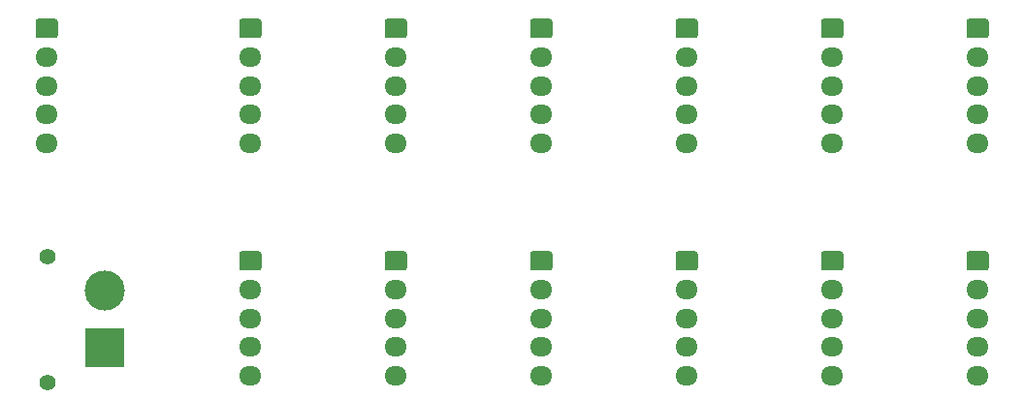
<source format=gbr>
%TF.GenerationSoftware,KiCad,Pcbnew,(5.1.9)-1*%
%TF.CreationDate,2021-11-24T00:24:37+00:00*%
%TF.ProjectId,4S parallel board,34532070-6172-4616-9c6c-656c20626f61,rev?*%
%TF.SameCoordinates,Original*%
%TF.FileFunction,Soldermask,Bot*%
%TF.FilePolarity,Negative*%
%FSLAX46Y46*%
G04 Gerber Fmt 4.6, Leading zero omitted, Abs format (unit mm)*
G04 Created by KiCad (PCBNEW (5.1.9)-1) date 2021-11-24 00:24:37*
%MOMM*%
%LPD*%
G01*
G04 APERTURE LIST*
%ADD10O,1.950000X1.700000*%
%ADD11C,1.400000*%
%ADD12R,3.500000X3.500000*%
%ADD13C,3.500000*%
G04 APERTURE END LIST*
%TO.C,J8*%
G36*
G01*
X166915000Y-96940000D02*
X168365000Y-96940000D01*
G75*
G02*
X168615000Y-97190000I0J-250000D01*
G01*
X168615000Y-98390000D01*
G75*
G02*
X168365000Y-98640000I-250000J0D01*
G01*
X166915000Y-98640000D01*
G75*
G02*
X166665000Y-98390000I0J250000D01*
G01*
X166665000Y-97190000D01*
G75*
G02*
X166915000Y-96940000I250000J0D01*
G01*
G37*
D10*
X167640000Y-100290000D03*
X167640000Y-102790000D03*
X167640000Y-105290000D03*
X167640000Y-107790000D03*
%TD*%
%TO.C,J14*%
G36*
G01*
X166915000Y-117260000D02*
X168365000Y-117260000D01*
G75*
G02*
X168615000Y-117510000I0J-250000D01*
G01*
X168615000Y-118710000D01*
G75*
G02*
X168365000Y-118960000I-250000J0D01*
G01*
X166915000Y-118960000D01*
G75*
G02*
X166665000Y-118710000I0J250000D01*
G01*
X166665000Y-117510000D01*
G75*
G02*
X166915000Y-117260000I250000J0D01*
G01*
G37*
X167640000Y-120610000D03*
X167640000Y-123110000D03*
X167640000Y-125610000D03*
X167640000Y-128110000D03*
%TD*%
%TO.C,J13*%
G36*
G01*
X154215000Y-117260000D02*
X155665000Y-117260000D01*
G75*
G02*
X155915000Y-117510000I0J-250000D01*
G01*
X155915000Y-118710000D01*
G75*
G02*
X155665000Y-118960000I-250000J0D01*
G01*
X154215000Y-118960000D01*
G75*
G02*
X153965000Y-118710000I0J250000D01*
G01*
X153965000Y-117510000D01*
G75*
G02*
X154215000Y-117260000I250000J0D01*
G01*
G37*
X154940000Y-120610000D03*
X154940000Y-123110000D03*
X154940000Y-125610000D03*
X154940000Y-128110000D03*
%TD*%
%TO.C,J12*%
G36*
G01*
X141515000Y-117260000D02*
X142965000Y-117260000D01*
G75*
G02*
X143215000Y-117510000I0J-250000D01*
G01*
X143215000Y-118710000D01*
G75*
G02*
X142965000Y-118960000I-250000J0D01*
G01*
X141515000Y-118960000D01*
G75*
G02*
X141265000Y-118710000I0J250000D01*
G01*
X141265000Y-117510000D01*
G75*
G02*
X141515000Y-117260000I250000J0D01*
G01*
G37*
X142240000Y-120610000D03*
X142240000Y-123110000D03*
X142240000Y-125610000D03*
X142240000Y-128110000D03*
%TD*%
%TO.C,J11*%
G36*
G01*
X128815000Y-117260000D02*
X130265000Y-117260000D01*
G75*
G02*
X130515000Y-117510000I0J-250000D01*
G01*
X130515000Y-118710000D01*
G75*
G02*
X130265000Y-118960000I-250000J0D01*
G01*
X128815000Y-118960000D01*
G75*
G02*
X128565000Y-118710000I0J250000D01*
G01*
X128565000Y-117510000D01*
G75*
G02*
X128815000Y-117260000I250000J0D01*
G01*
G37*
X129540000Y-120610000D03*
X129540000Y-123110000D03*
X129540000Y-125610000D03*
X129540000Y-128110000D03*
%TD*%
%TO.C,J10*%
G36*
G01*
X116115000Y-117260000D02*
X117565000Y-117260000D01*
G75*
G02*
X117815000Y-117510000I0J-250000D01*
G01*
X117815000Y-118710000D01*
G75*
G02*
X117565000Y-118960000I-250000J0D01*
G01*
X116115000Y-118960000D01*
G75*
G02*
X115865000Y-118710000I0J250000D01*
G01*
X115865000Y-117510000D01*
G75*
G02*
X116115000Y-117260000I250000J0D01*
G01*
G37*
X116840000Y-120610000D03*
X116840000Y-123110000D03*
X116840000Y-125610000D03*
X116840000Y-128110000D03*
%TD*%
%TO.C,J9*%
G36*
G01*
X103415000Y-117260000D02*
X104865000Y-117260000D01*
G75*
G02*
X105115000Y-117510000I0J-250000D01*
G01*
X105115000Y-118710000D01*
G75*
G02*
X104865000Y-118960000I-250000J0D01*
G01*
X103415000Y-118960000D01*
G75*
G02*
X103165000Y-118710000I0J250000D01*
G01*
X103165000Y-117510000D01*
G75*
G02*
X103415000Y-117260000I250000J0D01*
G01*
G37*
X104140000Y-120610000D03*
X104140000Y-123110000D03*
X104140000Y-125610000D03*
X104140000Y-128110000D03*
%TD*%
%TO.C,J7*%
G36*
G01*
X154215000Y-96940000D02*
X155665000Y-96940000D01*
G75*
G02*
X155915000Y-97190000I0J-250000D01*
G01*
X155915000Y-98390000D01*
G75*
G02*
X155665000Y-98640000I-250000J0D01*
G01*
X154215000Y-98640000D01*
G75*
G02*
X153965000Y-98390000I0J250000D01*
G01*
X153965000Y-97190000D01*
G75*
G02*
X154215000Y-96940000I250000J0D01*
G01*
G37*
X154940000Y-100290000D03*
X154940000Y-102790000D03*
X154940000Y-105290000D03*
X154940000Y-107790000D03*
%TD*%
%TO.C,J6*%
G36*
G01*
X141515000Y-96940000D02*
X142965000Y-96940000D01*
G75*
G02*
X143215000Y-97190000I0J-250000D01*
G01*
X143215000Y-98390000D01*
G75*
G02*
X142965000Y-98640000I-250000J0D01*
G01*
X141515000Y-98640000D01*
G75*
G02*
X141265000Y-98390000I0J250000D01*
G01*
X141265000Y-97190000D01*
G75*
G02*
X141515000Y-96940000I250000J0D01*
G01*
G37*
X142240000Y-100290000D03*
X142240000Y-102790000D03*
X142240000Y-105290000D03*
X142240000Y-107790000D03*
%TD*%
%TO.C,J5*%
G36*
G01*
X128815000Y-96940000D02*
X130265000Y-96940000D01*
G75*
G02*
X130515000Y-97190000I0J-250000D01*
G01*
X130515000Y-98390000D01*
G75*
G02*
X130265000Y-98640000I-250000J0D01*
G01*
X128815000Y-98640000D01*
G75*
G02*
X128565000Y-98390000I0J250000D01*
G01*
X128565000Y-97190000D01*
G75*
G02*
X128815000Y-96940000I250000J0D01*
G01*
G37*
X129540000Y-100290000D03*
X129540000Y-102790000D03*
X129540000Y-105290000D03*
X129540000Y-107790000D03*
%TD*%
%TO.C,J4*%
G36*
G01*
X116115000Y-96940000D02*
X117565000Y-96940000D01*
G75*
G02*
X117815000Y-97190000I0J-250000D01*
G01*
X117815000Y-98390000D01*
G75*
G02*
X117565000Y-98640000I-250000J0D01*
G01*
X116115000Y-98640000D01*
G75*
G02*
X115865000Y-98390000I0J250000D01*
G01*
X115865000Y-97190000D01*
G75*
G02*
X116115000Y-96940000I250000J0D01*
G01*
G37*
X116840000Y-100290000D03*
X116840000Y-102790000D03*
X116840000Y-105290000D03*
X116840000Y-107790000D03*
%TD*%
%TO.C,J3*%
G36*
G01*
X103415000Y-96940000D02*
X104865000Y-96940000D01*
G75*
G02*
X105115000Y-97190000I0J-250000D01*
G01*
X105115000Y-98390000D01*
G75*
G02*
X104865000Y-98640000I-250000J0D01*
G01*
X103415000Y-98640000D01*
G75*
G02*
X103165000Y-98390000I0J250000D01*
G01*
X103165000Y-97190000D01*
G75*
G02*
X103415000Y-96940000I250000J0D01*
G01*
G37*
X104140000Y-100290000D03*
X104140000Y-102790000D03*
X104140000Y-105290000D03*
X104140000Y-107790000D03*
%TD*%
%TO.C,J2*%
X86360000Y-107790000D03*
X86360000Y-105290000D03*
X86360000Y-102790000D03*
X86360000Y-100290000D03*
G36*
G01*
X85635000Y-96940000D02*
X87085000Y-96940000D01*
G75*
G02*
X87335000Y-97190000I0J-250000D01*
G01*
X87335000Y-98390000D01*
G75*
G02*
X87085000Y-98640000I-250000J0D01*
G01*
X85635000Y-98640000D01*
G75*
G02*
X85385000Y-98390000I0J250000D01*
G01*
X85385000Y-97190000D01*
G75*
G02*
X85635000Y-96940000I250000J0D01*
G01*
G37*
%TD*%
D11*
%TO.C,J1*%
X86440000Y-128730000D03*
X86440000Y-117730000D03*
D12*
X91440000Y-125730000D03*
D13*
X91440000Y-120730000D03*
%TD*%
M02*

</source>
